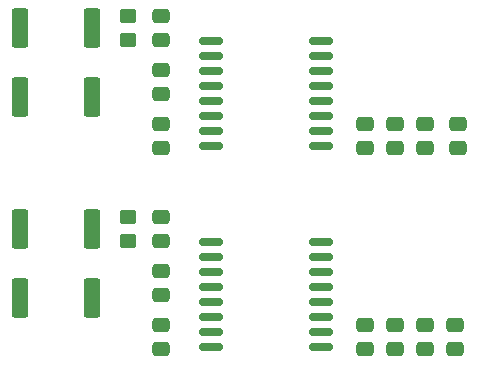
<source format=gbr>
%TF.GenerationSoftware,KiCad,Pcbnew,(6.0.1)*%
%TF.CreationDate,2022-08-15T16:30:33+03:00*%
%TF.ProjectId,Measure,4d656173-7572-4652-9e6b-696361645f70,rev?*%
%TF.SameCoordinates,Original*%
%TF.FileFunction,Paste,Top*%
%TF.FilePolarity,Positive*%
%FSLAX46Y46*%
G04 Gerber Fmt 4.6, Leading zero omitted, Abs format (unit mm)*
G04 Created by KiCad (PCBNEW (6.0.1)) date 2022-08-15 16:30:33*
%MOMM*%
%LPD*%
G01*
G04 APERTURE LIST*
G04 Aperture macros list*
%AMRoundRect*
0 Rectangle with rounded corners*
0 $1 Rounding radius*
0 $2 $3 $4 $5 $6 $7 $8 $9 X,Y pos of 4 corners*
0 Add a 4 corners polygon primitive as box body*
4,1,4,$2,$3,$4,$5,$6,$7,$8,$9,$2,$3,0*
0 Add four circle primitives for the rounded corners*
1,1,$1+$1,$2,$3*
1,1,$1+$1,$4,$5*
1,1,$1+$1,$6,$7*
1,1,$1+$1,$8,$9*
0 Add four rect primitives between the rounded corners*
20,1,$1+$1,$2,$3,$4,$5,0*
20,1,$1+$1,$4,$5,$6,$7,0*
20,1,$1+$1,$6,$7,$8,$9,0*
20,1,$1+$1,$8,$9,$2,$3,0*%
G04 Aperture macros list end*
%ADD10RoundRect,0.249999X-0.450001X-1.425001X0.450001X-1.425001X0.450001X1.425001X-0.450001X1.425001X0*%
%ADD11RoundRect,0.250000X0.450000X-0.350000X0.450000X0.350000X-0.450000X0.350000X-0.450000X-0.350000X0*%
%ADD12RoundRect,0.249999X0.450001X1.425001X-0.450001X1.425001X-0.450001X-1.425001X0.450001X-1.425001X0*%
%ADD13RoundRect,0.150000X-0.875000X-0.150000X0.875000X-0.150000X0.875000X0.150000X-0.875000X0.150000X0*%
%ADD14RoundRect,0.250000X-0.475000X0.337500X-0.475000X-0.337500X0.475000X-0.337500X0.475000X0.337500X0*%
%ADD15RoundRect,0.250000X0.475000X-0.337500X0.475000X0.337500X-0.475000X0.337500X-0.475000X-0.337500X0*%
G04 APERTURE END LIST*
D10*
%TO.C,R1*%
X141222000Y-92456000D03*
X147322000Y-92456000D03*
%TD*%
D11*
%TO.C,R8*%
X150368000Y-76438000D03*
X150368000Y-74438000D03*
%TD*%
D12*
%TO.C,R7*%
X147322000Y-81280000D03*
X141222000Y-81280000D03*
%TD*%
D13*
%TO.C,D3*%
X157402000Y-93599000D03*
X157402000Y-94869000D03*
X157402000Y-96139000D03*
X157402000Y-97409000D03*
X157402000Y-98679000D03*
X157402000Y-99949000D03*
X157402000Y-101219000D03*
X157402000Y-102489000D03*
X166702000Y-102489000D03*
X166702000Y-101219000D03*
X166702000Y-99949000D03*
X166702000Y-98679000D03*
X166702000Y-97409000D03*
X166702000Y-96139000D03*
X166702000Y-94869000D03*
X166702000Y-93599000D03*
%TD*%
D14*
%TO.C,C14*%
X153162000Y-74400500D03*
X153162000Y-76475500D03*
%TD*%
D15*
%TO.C,C17*%
X170434000Y-85619500D03*
X170434000Y-83544500D03*
%TD*%
D14*
%TO.C,C4*%
X153162000Y-91418500D03*
X153162000Y-93493500D03*
%TD*%
D12*
%TO.C,R2*%
X147322000Y-98298000D03*
X141222000Y-98298000D03*
%TD*%
D14*
%TO.C,C15*%
X153162000Y-78972500D03*
X153162000Y-81047500D03*
%TD*%
%TO.C,C22*%
X178308000Y-83544500D03*
X178308000Y-85619500D03*
%TD*%
D10*
%TO.C,R6*%
X141222000Y-75438000D03*
X147322000Y-75438000D03*
%TD*%
D15*
%TO.C,C8*%
X170434000Y-102637500D03*
X170434000Y-100562500D03*
%TD*%
D13*
%TO.C,D5*%
X157402000Y-76581000D03*
X157402000Y-77851000D03*
X157402000Y-79121000D03*
X157402000Y-80391000D03*
X157402000Y-81661000D03*
X157402000Y-82931000D03*
X157402000Y-84201000D03*
X157402000Y-85471000D03*
X166702000Y-85471000D03*
X166702000Y-84201000D03*
X166702000Y-82931000D03*
X166702000Y-81661000D03*
X166702000Y-80391000D03*
X166702000Y-79121000D03*
X166702000Y-77851000D03*
X166702000Y-76581000D03*
%TD*%
D14*
%TO.C,C12*%
X172974000Y-100562500D03*
X172974000Y-102637500D03*
%TD*%
%TO.C,C9*%
X175514000Y-100584000D03*
X175514000Y-102659000D03*
%TD*%
%TO.C,C6*%
X153162000Y-100562500D03*
X153162000Y-102637500D03*
%TD*%
%TO.C,C5*%
X153162000Y-95990500D03*
X153162000Y-98065500D03*
%TD*%
%TO.C,C11*%
X178054000Y-100562500D03*
X178054000Y-102637500D03*
%TD*%
D11*
%TO.C,R3*%
X150368000Y-93456000D03*
X150368000Y-91456000D03*
%TD*%
D14*
%TO.C,C18*%
X175514000Y-83544500D03*
X175514000Y-85619500D03*
%TD*%
%TO.C,C23*%
X172974000Y-83544500D03*
X172974000Y-85619500D03*
%TD*%
%TO.C,C16*%
X153162000Y-83544500D03*
X153162000Y-85619500D03*
%TD*%
M02*

</source>
